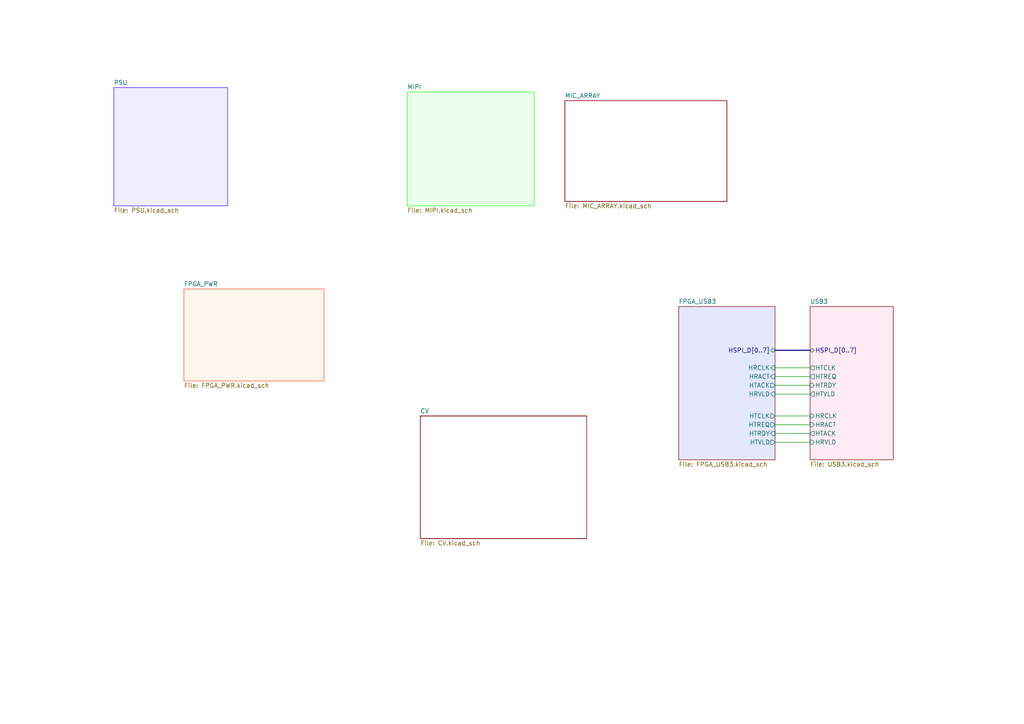
<source format=kicad_sch>
(kicad_sch (version 20230819) (generator eeschema)
  (paper "A4")
  (lib_symbols)
  (wire (pts (xy 224.79 128.27) (xy 234.95 128.27)))
  (wire (pts (xy 224.79 109.22) (xy 234.95 109.22)))
  (bus (pts (xy 224.79 101.6) (xy 234.95 101.6)))
  (wire (pts (xy 224.79 114.3) (xy 234.95 114.3)))
  (wire (pts (xy 224.79 125.73) (xy 234.95 125.73)))
  (wire (pts (xy 224.79 120.65) (xy 234.95 120.65)))
  (wire (pts (xy 224.79 106.68) (xy 234.95 106.68)))
  (wire (pts (xy 224.79 123.19) (xy 234.95 123.19)))
  (wire (pts (xy 224.79 111.76) (xy 234.95 111.76)))
  (sheet (at 118.11 26.67) (size 36.83 33.02) (stroke (width 0.1524) (color 26 255 5 1)) (fill (color 6 255 25 0.0800))
    (property "Sheetname" "MIPI" (at 118.11 25.9584 0) (effects (justify left bottom)))
    (property "Sheetfile" "MIPI.kicad_sch" (at 118.11 60.2746 0) (effects (justify left top)))
  )
  (sheet (at 53.34 83.82) (size 40.64 26.67) (stroke (width 0.1524) (color 255 68 26 1)) (fill (color 255 145 0 0.0800))
    (property "Sheetname" "FPGA_PWR" (at 53.34 83.1084 0) (effects (justify left bottom)))
    (property "Sheetfile" "FPGA_PWR.kicad_sch" (at 53.34 111.0746 0) (effects (justify left top)))
  )
  (sheet (at 234.95 88.9) (size 24.13 44.45) (stroke (width 0.1524)) (fill (color 255 0 105 0.0800))
    (property "Sheetname" "USB3" (at 234.95 88.1884 0) (effects (justify left bottom)))
    (property "Sheetfile" "USB3.kicad_sch" (at 234.95 133.9346 0) (effects (justify left top)))
    (pin "HSPI_D[0..7]" bidirectional (at 234.95 101.6 180))
    (pin "HTRDY" input (at 234.95 111.76 180))
    (pin "HTCLK" output (at 234.95 106.68 180))
    (pin "HTREQ" output (at 234.95 109.22 180))
    (pin "HTACK" output (at 234.95 125.73 180))
    (pin "HTVLD" output (at 234.95 114.3 180))
    (pin "HRCLK" input (at 234.95 120.65 180))
    (pin "HRVLD" input (at 234.95 128.27 180))
    (pin "HRACT" input (at 234.95 123.19 180))
  )
  (sheet (at 33.02 25.4) (size 33.02 34.29) (stroke (width 0.1524) (color 53 10 255 1)) (fill (color 93 76 255 0.0900))
    (property "Sheetname" "PSU" (at 33.02 24.6884 0) (effects (justify left bottom)))
    (property "Sheetfile" "PSU.kicad_sch" (at 33.02 60.2746 0) (effects (justify left top)))
  )
  (sheet (at 121.92 120.65) (size 48.26 35.56) (stroke (width 0.1524))
    (property "Sheetname" "CV" (at 121.92 119.9384 0) (effects (justify left bottom)))
    (property "Sheetfile" "CV.kicad_sch" (at 121.92 156.7946 0) (effects (justify left top)))
  )
  (sheet (at 163.83 29.21) (size 46.99 29.21) (stroke (width 0.1524))
    (property "Sheetname" "MIC_ARRAY" (at 163.83 28.4984 0) (effects (justify left bottom)))
    (property "Sheetfile" "MIC_ARRAY.kicad_sch" (at 163.83 59.0046 0) (effects (justify left top)))
  )
  (sheet (at 196.85 88.9) (size 27.94 44.45) (stroke (width 0.1524)) (fill (color 30 63 255 0.1200))
    (property "Sheetname" "FPGA_USB3" (at 196.85 88.1884 0) (effects (justify left bottom)))
    (property "Sheetfile" "FPGA_USB3.kicad_sch" (at 196.85 133.9346 0) (effects (justify left top)))
    (pin "HSPI_D[0..7]" bidirectional (at 224.79 101.6 0))
    (pin "HTVLD" output (at 224.79 128.27 0))
    (pin "HRVLD" input (at 224.79 114.3 0))
    (pin "HTACK" output (at 224.79 111.76 0))
    (pin "HRACT" input (at 224.79 109.22 0))
    (pin "HRCLK" input (at 224.79 106.68 0))
    (pin "HTCLK" output (at 224.79 120.65 0))
    (pin "HTREQ" output (at 224.79 123.19 0))
    (pin "HTRDY" input (at 224.79 125.73 0))
  )
)
</source>
